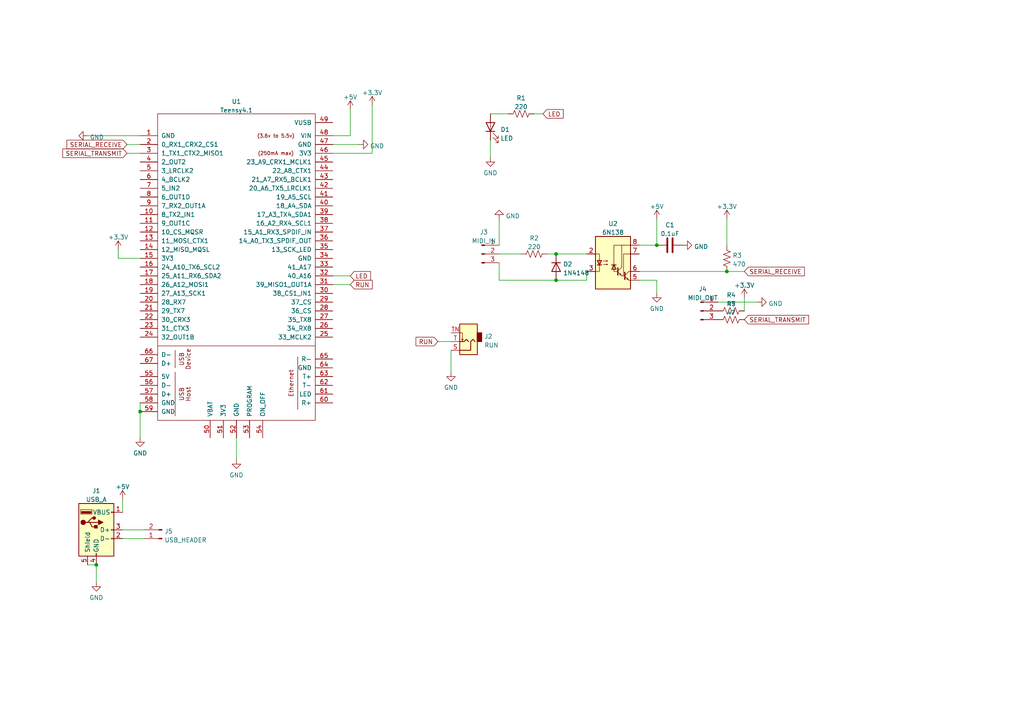
<source format=kicad_sch>
(kicad_sch (version 20211123) (generator eeschema)
  (paper "A4")
  (lib_symbols
    (symbol "Connector:Conn_01x02_Male" (pin_names (offset 1.016) hide)
      (property "Reference" "J" (at 0 2.54 0))
      (property "Value" "Conn_01x02_Male" (at 0 -5.08 0))
      (symbol "Conn_01x02_Male_1_1"
        (polyline (pts (xy 1.27 -2.54) (xy 0.8636 -2.54)) (stroke (width 0.1524)))
        (polyline (pts (xy 1.27 0) (xy 0.8636 0)) (stroke (width 0.1524)))
        (rectangle (start 0.8636 -2.413) (end 0 -2.667) (stroke (width 0.1524)) (fill (type outline)))
        (rectangle (start 0.8636 0.127) (end 0 -0.127) (stroke (width 0.1524)) (fill (type outline)))
        (pin passive line (at 5.08 0 180) (length 3.81) (name "Pin_1") (number "1"))
        (pin passive line (at 5.08 -2.54 180) (length 3.81) (name "Pin_2") (number "2"))
      )
    )
    (symbol "Connector:Conn_01x03_Male" (pin_names (offset 1.016) hide)
      (property "Reference" "J" (at 0 5.08 0))
      (property "Value" "Conn_01x03_Male" (at 0 -5.08 0))
      (symbol "Conn_01x03_Male_1_1"
        (polyline (pts (xy 1.27 -2.54) (xy 0.8636 -2.54)) (stroke (width 0.1524)))
        (polyline (pts (xy 1.27 0) (xy 0.8636 0)) (stroke (width 0.1524)))
        (polyline (pts (xy 1.27 2.54) (xy 0.8636 2.54)) (stroke (width 0.1524)))
        (rectangle (start 0.8636 -2.413) (end 0 -2.667) (stroke (width 0.1524)) (fill (type outline)))
        (rectangle (start 0.8636 0.127) (end 0 -0.127) (stroke (width 0.1524)) (fill (type outline)))
        (rectangle (start 0.8636 2.667) (end 0 2.413) (stroke (width 0.1524)) (fill (type outline)))
        (pin passive line (at 5.08 2.54 180) (length 3.81) (name "Pin_1") (number "1"))
        (pin passive line (at 5.08 0 180) (length 3.81) (name "Pin_2") (number "2"))
        (pin passive line (at 5.08 -2.54 180) (length 3.81) (name "Pin_3") (number "3"))
      )
    )
    (symbol "Connector:USB_A" (pin_names (offset 1.016))
      (property "Reference" "J" (at -5.08 11.43 0))
      (property "Value" "USB_A" (at -5.08 8.89 0))
      (symbol "USB_A_0_1"
        (rectangle (start -5.08 -7.62) (end 5.08 7.62) (stroke (width 0.254)) (fill (type background)))
        (circle (center -3.81 2.159) (radius 0.635) (stroke (width 0.254)) (fill (type outline)))
        (rectangle (start -1.524 4.826) (end -4.318 5.334) (fill (type outline)))
        (rectangle (start -1.27 4.572) (end -4.572 5.842))
        (circle (center -0.635 3.429) (radius 0.381) (stroke (width 0.254)) (fill (type outline)))
        (rectangle (start -0.127 -7.62) (end 0.127 -6.858))
        (polyline (pts (xy -3.175 2.159) (xy -2.54 2.159) (xy -1.27 3.429) (xy -0.635 3.429)) (stroke (width 0.254)))
        (polyline (pts (xy -2.54 2.159) (xy -1.905 2.159) (xy -1.27 0.889) (xy 0 0.889)) (stroke (width 0.254)))
        (polyline (pts (xy 0.635 2.794) (xy 0.635 1.524) (xy 1.905 2.159) (xy 0.635 2.794)) (stroke (width 0.254)) (fill (type outline)))
        (rectangle (start 0.254 1.27) (end -0.508 0.508) (stroke (width 0.254)) (fill (type outline)))
        (rectangle (start 5.08 -2.667) (end 4.318 -2.413))
        (rectangle (start 5.08 -0.127) (end 4.318 0.127))
        (rectangle (start 5.08 4.953) (end 4.318 5.207))
      )
      (symbol "USB_A_1_1"
        (polyline (pts (xy -1.905 2.159) (xy 0.635 2.159)) (stroke (width 0.254)))
        (pin power_in line (at 7.62 5.08 180) (length 2.54) (name "VBUS") (number "1"))
        (pin bidirectional line (at 7.62 -2.54 180) (length 2.54) (name "D-") (number "2"))
        (pin bidirectional line (at 7.62 0 180) (length 2.54) (name "D+") (number "3"))
        (pin power_in line (at 0 -10.16 90) (length 2.54) (name "GND") (number "4"))
        (pin passive line (at -2.54 -10.16 90) (length 2.54) (name "Shield") (number "5"))
      )
    )
    (symbol "Device:C" (pin_numbers hide) (pin_names (offset 0.254))
      (property "Reference" "C" (at 0.635 2.54 0))
      (property "Value" "C" (at 0.635 -2.54 0))
      (symbol "C_0_1"
        (polyline (pts (xy -2.032 -0.762) (xy 2.032 -0.762)) (stroke (width 0.508)))
        (polyline (pts (xy -2.032 0.762) (xy 2.032 0.762)) (stroke (width 0.508)))
      )
      (symbol "C_1_1"
        (pin passive line (at 0 3.81 270) (length 2.794) (name "~") (number "1"))
        (pin passive line (at 0 -3.81 90) (length 2.794) (name "~") (number "2"))
      )
    )
    (symbol "Device:LED" (pin_numbers hide) (pin_names (offset 1.016) hide)
      (property "Reference" "D" (at 0 2.54 0))
      (property "Value" "LED" (at 0 -2.54 0))
      (symbol "LED_0_1"
        (polyline (pts (xy -1.27 -1.27) (xy -1.27 1.27)) (stroke (width 0.254)))
        (polyline (pts (xy -1.27 0) (xy 1.27 0)))
        (polyline (pts (xy 1.27 -1.27) (xy 1.27 1.27) (xy -1.27 0) (xy 1.27 -1.27)) (stroke (width 0.254)))
        (polyline (pts (xy -3.048 -0.762) (xy -4.572 -2.286) (xy -3.81 -2.286) (xy -4.572 -2.286) (xy -4.572 -1.524)))
        (polyline (pts (xy -1.778 -0.762) (xy -3.302 -2.286) (xy -2.54 -2.286) (xy -3.302 -2.286) (xy -3.302 -1.524)))
      )
      (symbol "LED_1_1"
        (pin passive line (at -3.81 0 0) (length 2.54) (name "K") (number "1"))
        (pin passive line (at 3.81 0 180) (length 2.54) (name "A") (number "2"))
      )
    )
    (symbol "Device:R_US" (pin_numbers hide) (pin_names (offset 0))
      (property "Reference" "R" (at 2.54 0 90))
      (property "Value" "R_US" (at -2.54 0 90))
      (symbol "R_US_0_1"
        (polyline (pts (xy 0 -2.286) (xy 0 -2.54)))
        (polyline (pts (xy 0 2.286) (xy 0 2.54)))
        (polyline (pts (xy 0 -0.762) (xy 1.016 -1.143) (xy 0 -1.524) (xy -1.016 -1.905) (xy 0 -2.286)))
        (polyline (pts (xy 0 0.762) (xy 1.016 0.381) (xy 0 0) (xy -1.016 -0.381) (xy 0 -0.762)))
        (polyline (pts (xy 0 2.286) (xy 1.016 1.905) (xy 0 1.524) (xy -1.016 1.143) (xy 0 0.762)))
      )
      (symbol "R_US_1_1"
        (pin passive line (at 0 3.81 270) (length 1.27) (name "~") (number "1"))
        (pin passive line (at 0 -3.81 90) (length 1.27) (name "~") (number "2"))
      )
    )
    (symbol "Diode:1N4148" (pin_numbers hide) (pin_names hide)
      (property "Reference" "D" (at 0 2.54 0))
      (property "Value" "1N4148" (at 0 -2.54 0))
      (symbol "1N4148_0_1"
        (polyline (pts (xy -1.27 1.27) (xy -1.27 -1.27)) (stroke (width 0.254)))
        (polyline (pts (xy 1.27 0) (xy -1.27 0)))
        (polyline (pts (xy 1.27 1.27) (xy 1.27 -1.27) (xy -1.27 0) (xy 1.27 1.27)) (stroke (width 0.254)))
      )
      (symbol "1N4148_1_1"
        (pin passive line (at -3.81 0 0) (length 2.54) (name "K") (number "1"))
        (pin passive line (at 3.81 0 180) (length 2.54) (name "A") (number "2"))
      )
    )
    (symbol "Isolator:6N138" (pin_names (offset 1.016) hide)
      (property "Reference" "U" (at -4.064 8.89 0))
      (property "Value" "6N138" (at 2.286 8.89 0))
      (symbol "6N138_0_1"
        (rectangle (start -5.08 7.62) (end 5.08 -7.62) (stroke (width 0.254)) (fill (type background)))
        (polyline (pts (xy -4.572 -0.635) (xy -3.302 -0.635)) (stroke (width 0.254)))
        (polyline (pts (xy 0.889 -0.635) (xy -0.381 -0.635)) (stroke (width 0.254)))
        (polyline (pts (xy 1.397 -2.667) (xy 2.54 -3.81)))
        (polyline (pts (xy 1.397 -2.413) (xy 2.54 -1.27)))
        (polyline (pts (xy 2.54 -3.81) (xy 3.175 -3.81)))
        (polyline (pts (xy 3.429 -3.937) (xy 4.572 -5.08)))
        (polyline (pts (xy 3.429 -3.683) (xy 4.572 -2.54)))
        (polyline (pts (xy 4.572 -5.08) (xy 5.08 -5.08)))
        (polyline (pts (xy 4.572 -2.54) (xy 5.08 -2.54)))
        (polyline (pts (xy 1.397 -1.524) (xy 1.397 -3.556) (xy 1.397 -3.556)) (stroke (width 0.3556)))
        (polyline (pts (xy 2.54 -1.27) (xy 2.54 5.08) (xy 5.08 5.08)))
        (polyline (pts (xy 3.429 -2.794) (xy 3.429 -4.826) (xy 3.429 -4.826)) (stroke (width 0.3556)))
        (polyline (pts (xy 5.08 2.54) (xy 3.048 2.54) (xy 3.048 -3.81)))
        (polyline (pts (xy -5.08 -2.54) (xy -3.937 -2.54) (xy -3.937 2.54) (xy -5.08 2.54)))
        (polyline (pts (xy -3.937 -0.635) (xy -4.572 0.635) (xy -3.302 0.635) (xy -3.937 -0.635)) (stroke (width 0.254)))
        (polyline (pts (xy 0.254 -0.635) (xy 0.889 -1.905) (xy -0.381 -1.905) (xy 0.254 -0.635)) (stroke (width 0.254)))
        (polyline (pts (xy 1.27 -2.54) (xy 0.254 -2.54) (xy 0.254 5.08) (xy 2.54 5.08)))
        (polyline (pts (xy 2.413 -3.683) (xy 2.159 -3.175) (xy 1.905 -3.429) (xy 2.413 -3.683)))
        (polyline (pts (xy 4.445 -4.953) (xy 4.191 -4.445) (xy 3.937 -4.699) (xy 4.445 -4.953)))
        (polyline (pts (xy -2.794 -0.508) (xy -1.524 -0.508) (xy -1.905 -0.635) (xy -1.905 -0.381) (xy -1.524 -0.508)))
        (polyline (pts (xy -2.794 0.508) (xy -1.524 0.508) (xy -1.905 0.381) (xy -1.905 0.635) (xy -1.524 0.508)))
      )
      (symbol "6N138_1_1"
        (pin no_connect line (at -5.08 5.08 0) (length 2.54) hide (name "NC") (number "1"))
        (pin passive line (at -7.62 2.54 0) (length 2.54) (name "C1") (number "2"))
        (pin passive line (at -7.62 -2.54 0) (length 2.54) (name "C2") (number "3"))
        (pin no_connect line (at -5.08 -5.08 0) (length 2.54) hide (name "NC") (number "4"))
        (pin passive line (at 7.62 -5.08 180) (length 2.54) (name "GND") (number "5"))
        (pin passive line (at 7.62 -2.54 180) (length 2.54) (name "VO2") (number "6"))
        (pin passive line (at 7.62 2.54 180) (length 2.54) (name "VO1") (number "7"))
        (pin passive line (at 7.62 5.08 180) (length 2.54) (name "VCC") (number "8"))
      )
    )
    (symbol "power:+3.3V" (power) (pin_names (offset 0))
      (property "Value" "+3.3V" (at 0 3.556 0))
      (symbol "+3.3V_0_1"
        (polyline (pts (xy -0.762 1.27) (xy 0 2.54)))
        (polyline (pts (xy 0 0) (xy 0 2.54)))
        (polyline (pts (xy 0 2.54) (xy 0.762 1.27)))
      )
      (symbol "+3.3V_1_1"
        (pin power_in line (at 0 0 90) (length 0) hide (name "+3.3V") (number "1"))
      )
    )
    (symbol "power:+5V" (power) (pin_names (offset 0))
      (property "Value" "+5V" (at 0 3.556 0))
      (symbol "+5V_0_1"
        (polyline (pts (xy -0.762 1.27) (xy 0 2.54)))
        (polyline (pts (xy 0 0) (xy 0 2.54)))
        (polyline (pts (xy 0 2.54) (xy 0.762 1.27)))
      )
      (symbol "+5V_1_1"
        (pin power_in line (at 0 0 90) (length 0) hide (name "+5V") (number "1"))
      )
    )
    (symbol "power:GND" (power) (pin_names (offset 0))
      (property "Value" "GND" (at 0 -3.81 0))
      (symbol "GND_0_1"
        (polyline (pts (xy 0 0) (xy 0 -1.27) (xy 1.27 -1.27) (xy 0 -2.54) (xy -1.27 -1.27) (xy 0 -1.27)))
      )
      (symbol "GND_1_1"
        (pin power_in line (at 0 0 270) (length 0) hide (name "GND") (number "1"))
      )
    )
    (symbol "teensy:Teensy4.1" (pin_names (offset 1.016))
      (property "Reference" "U" (at 0 64.77 0))
      (property "Value" "Teensy4.1" (at 0 62.23 0))
      (symbol "Teensy4.1_0_0"
        (polyline (pts (xy -22.86 -6.35) (xy 22.86 -6.35)))
        (polyline (pts (xy -17.78 -26.67) (xy -17.78 -13.97)))
        (polyline (pts (xy -17.78 -7.62) (xy -17.78 -12.7)))
        (polyline (pts (xy 17.78 -9.525) (xy 17.78 -24.765)))
        (text "(250mA max)" (at 11.43 49.53 0) (effects (font (size 1.016 1.016))))
        (text "(3.6v to 5.5v)" (at 11.43 54.61 0) (effects (font (size 1.016 1.016))))
        (text "Device" (at -13.97 -10.16 900) (effects (font (size 1.27 1.27))))
        (text "Ethernet" (at 15.875 -17.145 900) (effects (font (size 1.27 1.27))))
        (text "Host" (at -13.97 -20.32 900) (effects (font (size 1.27 1.27))))
        (text "USB" (at -15.875 -20.32 900) (effects (font (size 1.27 1.27))))
        (text "USB" (at -15.875 -10.16 900) (effects (font (size 1.27 1.27))))
        (pin bidirectional line (at -27.94 31.75 0) (length 5.08) (name "8_TX2_IN1") (number "10"))
        (pin bidirectional line (at -27.94 29.21 0) (length 5.08) (name "9_OUT1C") (number "11"))
        (pin bidirectional line (at -27.94 26.67 0) (length 5.08) (name "10_CS_MQSR") (number "12"))
        (pin bidirectional line (at -27.94 24.13 0) (length 5.08) (name "11_MOSI_CTX1") (number "13"))
        (pin bidirectional line (at -27.94 21.59 0) (length 5.08) (name "12_MISO_MQSL") (number "14"))
        (pin power_in line (at -27.94 19.05 0) (length 5.08) (name "3V3") (number "15"))
        (pin bidirectional line (at -27.94 16.51 0) (length 5.08) (name "24_A10_TX6_SCL2") (number "16"))
        (pin bidirectional line (at -27.94 13.97 0) (length 5.08) (name "25_A11_RX6_SDA2") (number "17"))
        (pin bidirectional line (at -27.94 11.43 0) (length 5.08) (name "26_A12_MOSI1") (number "18"))
        (pin bidirectional line (at -27.94 8.89 0) (length 5.08) (name "27_A13_SCK1") (number "19"))
        (pin bidirectional line (at -27.94 6.35 0) (length 5.08) (name "28_RX7") (number "20"))
        (pin bidirectional line (at -27.94 3.81 0) (length 5.08) (name "29_TX7") (number "21"))
        (pin bidirectional line (at -27.94 1.27 0) (length 5.08) (name "30_CRX3") (number "22"))
        (pin bidirectional line (at -27.94 -1.27 0) (length 5.08) (name "31_CTX3") (number "23"))
        (pin bidirectional line (at -27.94 -3.81 0) (length 5.08) (name "32_OUT1B") (number "24"))
        (pin bidirectional line (at 27.94 -3.81 180) (length 5.08) (name "33_MCLK2") (number "25"))
        (pin bidirectional line (at 27.94 -1.27 180) (length 5.08) (name "34_RX8") (number "26"))
        (pin bidirectional line (at 27.94 1.27 180) (length 5.08) (name "35_TX8") (number "27"))
        (pin bidirectional line (at 27.94 3.81 180) (length 5.08) (name "36_CS") (number "28"))
        (pin bidirectional line (at 27.94 6.35 180) (length 5.08) (name "37_CS") (number "29"))
        (pin bidirectional line (at 27.94 8.89 180) (length 5.08) (name "38_CS1_IN1") (number "30"))
        (pin bidirectional line (at 27.94 11.43 180) (length 5.08) (name "39_MISO1_OUT1A") (number "31"))
        (pin bidirectional line (at 27.94 13.97 180) (length 5.08) (name "40_A16") (number "32"))
        (pin bidirectional line (at 27.94 16.51 180) (length 5.08) (name "41_A17") (number "33"))
        (pin bidirectional line (at 27.94 21.59 180) (length 5.08) (name "13_SCK_LED") (number "35"))
        (pin bidirectional line (at 27.94 24.13 180) (length 5.08) (name "14_A0_TX3_SPDIF_OUT") (number "36"))
        (pin bidirectional line (at 27.94 26.67 180) (length 5.08) (name "15_A1_RX3_SPDIF_IN") (number "37"))
        (pin bidirectional line (at 27.94 29.21 180) (length 5.08) (name "16_A2_RX4_SCL1") (number "38"))
        (pin bidirectional line (at 27.94 31.75 180) (length 5.08) (name "17_A3_TX4_SDA1") (number "39"))
        (pin bidirectional line (at 27.94 34.29 180) (length 5.08) (name "18_A4_SDA") (number "40"))
        (pin bidirectional line (at 27.94 36.83 180) (length 5.08) (name "19_A5_SCL") (number "41"))
        (pin bidirectional line (at 27.94 39.37 180) (length 5.08) (name "20_A6_TX5_LRCLK1") (number "42"))
        (pin bidirectional line (at 27.94 41.91 180) (length 5.08) (name "21_A7_RX5_BCLK1") (number "43"))
        (pin bidirectional line (at 27.94 44.45 180) (length 5.08) (name "22_A8_CTX1") (number "44"))
        (pin bidirectional line (at 27.94 46.99 180) (length 5.08) (name "23_A9_CRX1_MCLK1") (number "45"))
        (pin output line (at 27.94 49.53 180) (length 5.08) (name "3V3") (number "46"))
        (pin output line (at 27.94 52.07 180) (length 5.08) (name "GND") (number "47"))
        (pin power_in line (at 27.94 54.61 180) (length 5.08) (name "VIN") (number "48"))
        (pin power_out line (at 27.94 58.42 180) (length 5.08) (name "VUSB") (number "49"))
        (pin bidirectional line (at -27.94 44.45 0) (length 5.08) (name "3_LRCLK2") (number "5"))
        (pin power_in line (at -7.62 -33.02 90) (length 5.08) (name "VBAT") (number "50"))
        (pin power_in line (at -3.81 -33.02 90) (length 5.08) (name "3V3") (number "51"))
        (pin input line (at 0 -33.02 90) (length 5.08) (name "GND") (number "52"))
        (pin input line (at 3.81 -33.02 90) (length 5.08) (name "PROGRAM") (number "53"))
        (pin input line (at 7.62 -33.02 90) (length 5.08) (name "ON_OFF") (number "54"))
        (pin power_out line (at -27.94 -15.24 0) (length 5.08) (name "5V") (number "55"))
        (pin bidirectional line (at -27.94 -17.78 0) (length 5.08) (name "D-") (number "56"))
        (pin bidirectional line (at -27.94 -20.32 0) (length 5.08) (name "D+") (number "57"))
        (pin power_in line (at -27.94 -22.86 0) (length 5.08) (name "GND") (number "58"))
        (pin power_in line (at -27.94 -25.4 0) (length 5.08) (name "GND") (number "59"))
        (pin bidirectional line (at -27.94 41.91 0) (length 5.08) (name "4_BCLK2") (number "6"))
        (pin bidirectional line (at 27.94 -22.86 180) (length 5.08) (name "R+") (number "60"))
        (pin bidirectional line (at 27.94 -20.32 180) (length 5.08) (name "LED") (number "61"))
        (pin bidirectional line (at 27.94 -17.78 180) (length 5.08) (name "T-") (number "62"))
        (pin bidirectional line (at 27.94 -15.24 180) (length 5.08) (name "T+") (number "63"))
        (pin power_in line (at 27.94 -12.7 180) (length 5.08) (name "GND") (number "64"))
        (pin bidirectional line (at 27.94 -10.16 180) (length 5.08) (name "R-") (number "65"))
        (pin bidirectional line (at -27.94 -8.89 0) (length 5.08) (name "D-") (number "66"))
        (pin bidirectional line (at -27.94 -11.43 0) (length 5.08) (name "D+") (number "67"))
        (pin bidirectional line (at -27.94 39.37 0) (length 5.08) (name "5_IN2") (number "7"))
        (pin bidirectional line (at -27.94 36.83 0) (length 5.08) (name "6_OUT1D") (number "8"))
        (pin bidirectional line (at -27.94 34.29 0) (length 5.08) (name "7_RX2_OUT1A") (number "9"))
      )
      (symbol "Teensy4.1_0_1"
        (rectangle (start -22.86 60.96) (end 22.86 -27.94))
        (rectangle (start -20.32 -1.27) (end -20.32 -1.27))
      )
      (symbol "Teensy4.1_1_1"
        (pin power_in line (at -27.94 54.61 0) (length 5.08) (name "GND") (number "1"))
        (pin bidirectional line (at -27.94 52.07 0) (length 5.08) (name "0_RX1_CRX2_CS1") (number "2"))
        (pin bidirectional line (at -27.94 49.53 0) (length 5.08) (name "1_TX1_CTX2_MISO1") (number "3"))
        (pin power_in line (at 27.94 19.05 180) (length 5.08) (name "GND") (number "34"))
        (pin bidirectional line (at -27.94 46.99 0) (length 5.08) (name "2_OUT2") (number "4"))
      )
    )
    (symbol "winterbloom:Eurorack_Mono_Jack" (pin_names hide)
      (property "Reference" "J" (at 3.302 -4.064 0))
      (property "Value" "Eurorack_Mono_Jack" (at 0 5.08 0))
      (symbol "Eurorack_Mono_Jack_0_1"
        (rectangle (start -2.54 -5.08) (end 2.54 3.81) (stroke (width 0.254)) (fill (type background)))
        (polyline (pts (xy -1.778 -1.016) (xy -2.032 -0.508)))
        (polyline (pts (xy -2.54 1.27) (xy -1.778 1.27) (xy -1.778 -1.016) (xy -1.524 -0.508)))
        (polyline (pts (xy 0 -1.27) (xy -0.635 -0.635) (xy -1.27 -1.27) (xy -2.54 -1.27)) (stroke (width 0.254)))
        (polyline (pts (xy -2.54 -3.81) (xy 0.635 -3.81) (xy 0.635 -1.27) (xy 1.27 -0.635) (xy 1.905 -1.27)) (stroke (width 0.254)))
        (rectangle (start 2.54 -1.27) (end 3.81 1.27) (stroke (width 0.254)) (fill (type outline)))
      )
      (symbol "Eurorack_Mono_Jack_1_1"
        (pin passive line (at -5.08 -3.81 0) (length 2.54) (name "Sleeve") (number "S"))
        (pin passive line (at -5.08 -1.27 0) (length 2.54) (name "Tip") (number "T"))
        (pin passive line (at -5.08 1.27 0) (length 2.54) (name "Tip_normalize") (number "TN"))
      )
    )
  )
  (junction (at 40.64 119.38))
  (junction (at 161.29 81.28))
  (junction (at 210.82 78.74))
  (junction (at 190.5 71.12))
  (junction (at 27.94 163.83))
  (junction (at 161.29 73.66))
  (wire (pts (xy 35.56 153.67) (xy 41.91 153.67)))
  (wire (pts (xy 35.56 156.21) (xy 41.91 156.21)))
  (wire (pts (xy 161.29 73.66) (xy 170.18 73.66)))
  (wire (pts (xy 96.52 44.45) (xy 107.95 44.45)))
  (wire (pts (xy 101.6 39.37) (xy 101.6 31.75)))
  (wire (pts (xy 40.64 119.38) (xy 40.64 127)))
  (wire (pts (xy 127 99.06) (xy 130.81 99.06)))
  (wire (pts (xy 27.94 163.83) (xy 27.94 168.91)))
  (wire (pts (xy 208.28 87.63) (xy 219.71 87.63)))
  (wire (pts (xy 154.94 33.02) (xy 157.48 33.02)))
  (wire (pts (xy 210.82 63.5) (xy 210.82 71.12)))
  (wire (pts (xy 107.95 44.45) (xy 107.95 30.48)))
  (wire (pts (xy 130.81 101.6) (xy 130.81 107.95)))
  (wire (pts (xy 35.56 144.78) (xy 35.56 148.59)))
  (wire (pts (xy 40.64 74.93) (xy 34.29 74.93)))
  (wire (pts (xy 215.9 86.36) (xy 215.9 90.17)))
  (wire (pts (xy 68.58 127) (xy 68.58 133.35)))
  (wire (pts (xy 96.52 39.37) (xy 101.6 39.37)))
  (wire (pts (xy 161.29 81.28) (xy 144.78 81.28)))
  (wire (pts (xy 185.42 71.12) (xy 190.5 71.12)))
  (wire (pts (xy 161.29 81.28) (xy 170.18 81.28)))
  (wire (pts (xy 142.24 40.64) (xy 142.24 45.72)))
  (wire (pts (xy 190.5 71.12) (xy 190.5 63.5)))
  (wire (pts (xy 158.75 73.66) (xy 161.29 73.66)))
  (wire (pts (xy 96.52 82.55) (xy 101.6 82.55)))
  (wire (pts (xy 142.24 33.02) (xy 147.32 33.02)))
  (wire (pts (xy 144.78 81.28) (xy 144.78 76.2)))
  (wire (pts (xy 25.4 163.83) (xy 27.94 163.83)))
  (wire (pts (xy 96.52 80.01) (xy 101.6 80.01)))
  (wire (pts (xy 170.18 81.28) (xy 170.18 78.74)))
  (wire (pts (xy 25.4 39.37) (xy 40.64 39.37)))
  (wire (pts (xy 40.64 116.84) (xy 40.64 119.38)))
  (wire (pts (xy 96.52 41.91) (xy 104.14 41.91)))
  (wire (pts (xy 190.5 81.28) (xy 190.5 85.09)))
  (wire (pts (xy 210.82 78.74) (xy 215.9 78.74)))
  (wire (pts (xy 185.42 81.28) (xy 190.5 81.28)))
  (wire (pts (xy 36.83 44.45) (xy 40.64 44.45)))
  (wire (pts (xy 36.83 41.91) (xy 40.64 41.91)))
  (wire (pts (xy 185.42 78.74) (xy 210.82 78.74)))
  (wire (pts (xy 144.78 73.66) (xy 151.13 73.66)))
  (wire (pts (xy 34.29 74.93) (xy 34.29 72.39)))
  (wire (pts (xy 144.78 63.5) (xy 144.78 71.12)))
  (global_label "SERIAL_RECEIVE" (shape input) (at 215.9 78.74 0) (property "Intersheet References" "${INTERSHEET_REFS}" (effects hide)))
  (global_label "SERIAL_TRANSMIT" (shape input) (at 36.83 44.45 180) (property "Intersheet References" "${INTERSHEET_REFS}" (effects hide)))
  (global_label "RUN" (shape input) (at 127 99.06 180) (property "Intersheet References" "${INTERSHEET_REFS}" (effects hide)))
  (global_label "SERIAL_RECEIVE" (shape input) (at 36.83 41.91 180) (property "Intersheet References" "${INTERSHEET_REFS}" (effects hide)))
  (global_label "SERIAL_TRANSMIT" (shape input) (at 215.9 92.71 0) (property "Intersheet References" "${INTERSHEET_REFS}" (effects hide)))
  (global_label "LED" (shape input) (at 157.48 33.02 0) (property "Intersheet References" "${INTERSHEET_REFS}" (effects hide)))
  (global_label "RUN" (shape input) (at 101.6 82.55 0) (property "Intersheet References" "${INTERSHEET_REFS}" (effects hide)))
  (global_label "LED" (shape input) (at 101.6 80.01 0) (property "Intersheet References" "${INTERSHEET_REFS}" (effects hide)))
  (symbol (lib_id "power:GND") (at 198.12 71.12 90) (unit 1)
    (property "Reference" "#PWR012" (effects hide))
    (property "Value" "GND" (at 201.295 71.5538 90) (effects (justify right)))
  )
  (symbol (lib_id "Connector:Conn_01x02_Male") (at 46.99 156.21 180) (unit 1)
    (property "Reference" "J5" (at 47.7012 154.1053 0) (effects (justify right)))
    (property "Value" "USB_HEADER" (at 47.7012 156.6422 0) (effects (justify right)))
    (property "Footprint" "Connector_PinHeader_2.54mm:PinHeader_1x02_P2.54mm_Horizontal" (effects hide))
  )
  (symbol (lib_id "power:GND") (at 104.14 41.91 90) (unit 1)
    (property "Reference" "#PWR06" (effects hide))
    (property "Value" "GND" (at 107.315 42.3438 90) (effects (justify right)))
  )
  (symbol (lib_id "power:GND") (at 68.58 133.35 0) (unit 1)
    (property "Reference" "#PWR0101" (effects hide))
    (property "Value" "GND" (at 68.58 137.7934 0))
  )
  (symbol (lib_id "power:+5V") (at 101.6 31.75 0) (unit 1)
    (property "Reference" "#PWR05" (effects hide))
    (property "Value" "+5V" (at 101.6 28.1742 0))
  )
  (symbol (lib_id "Device:C") (at 194.31 71.12 90) (unit 1)
    (property "Reference" "C1" (at 194.31 65.2612 90))
    (property "Value" "0.1uF" (at 194.31 67.7981 90))
    (property "Footprint" "Capacitor_THT:C_Disc_D5.0mm_W2.5mm_P2.50mm" (effects hide))
  )
  (symbol (lib_id "power:+3.3V") (at 215.9 86.36 0) (unit 1)
    (property "Reference" "#PWR014" (effects hide))
    (property "Value" "+3.3V" (at 215.9 82.7842 0))
  )
  (symbol (lib_id "power:+5V") (at 190.5 63.5 0) (unit 1)
    (property "Reference" "#PWR010" (effects hide))
    (property "Value" "+5V" (at 190.5 59.9242 0))
  )
  (symbol (lib_id "power:GND") (at 190.5 85.09 0) (unit 1)
    (property "Reference" "#PWR011" (effects hide))
    (property "Value" "GND" (at 190.5 89.5334 0))
  )
  (symbol (lib_id "Connector:Conn_01x03_Male") (at 203.2 90.17 0) (unit 1)
    (property "Reference" "J4" (at 203.835 83.854 0))
    (property "Value" "MIDI_OUT" (at 203.835 86.3909 0))
    (property "Footprint" "Connector_PinHeader_2.54mm:PinHeader_1x03_P2.54mm_Horizontal" (effects hide))
  )
  (symbol (lib_id "Device:R_US") (at 212.09 90.17 90) (unit 1)
    (property "Reference" "R4" (at 212.09 85.5812 90))
    (property "Value" "47" (at 212.09 88.1181 90))
    (property "Footprint" "Resistor_THT:R_Axial_DIN0207_L6.3mm_D2.5mm_P7.62mm_Horizontal" (effects hide))
  )
  (symbol (lib_id "Connector:USB_A") (at 27.94 153.67 0) (unit 1)
    (property "Reference" "J1" (at 27.94 142.3502 0))
    (property "Value" "USB_A" (at 27.94 144.8871 0))
    (property "Footprint" "Connector_USB:USB_A_Molex_105057_Vertical" (effects hide))
    (property "Datasheet" " ~" (effects hide))
  )
  (symbol (lib_id "Device:R_US") (at 210.82 74.93 0) (unit 1)
    (property "Reference" "R3" (at 212.471 74.0953 0) (effects (justify left)))
    (property "Value" "470" (at 212.471 76.6322 0) (effects (justify left)))
    (property "Footprint" "Resistor_THT:R_Axial_DIN0207_L6.3mm_D2.5mm_P7.62mm_Horizontal" (effects hide))
  )
  (symbol (lib_id "Device:LED") (at 142.24 36.83 90) (unit 1)
    (property "Reference" "D1" (at 145.161 37.5828 90) (effects (justify right)))
    (property "Value" "LED" (at 145.161 40.1197 90) (effects (justify right)))
    (property "Footprint" "LED_THT:LED_D3.0mm" (effects hide))
  )
  (symbol (lib_id "power:GND") (at 27.94 168.91 0) (unit 1)
    (property "Reference" "#PWR0103" (effects hide))
    (property "Value" "GND" (at 27.94 173.3534 0))
  )
  (symbol (lib_id "power:GND") (at 142.24 45.72 0) (unit 1)
    (property "Reference" "#PWR01" (effects hide))
    (property "Value" "GND" (at 142.24 50.1634 0))
  )
  (symbol (lib_id "power:GND") (at 219.71 87.63 90) (unit 1)
    (property "Reference" "#PWR015" (effects hide))
    (property "Value" "GND" (at 222.885 88.0638 90) (effects (justify right)))
  )
  (symbol (lib_id "power:GND") (at 40.64 127 0) (unit 1)
    (property "Reference" "#PWR04" (effects hide))
    (property "Value" "GND" (at 40.64 131.4434 0))
  )
  (symbol (lib_id "teensy:Teensy4.1") (at 68.58 93.98 0) (unit 1)
    (property "Reference" "U1" (at 68.58 29.4472 0))
    (property "Value" "Teensy4.1" (at 68.58 31.9841 0))
    (property "Footprint" "teensy:Teensy41" (effects hide))
  )
  (symbol (lib_id "winterbloom:Eurorack_Mono_Jack") (at 135.89 97.79 0) (unit 1)
    (property "Reference" "J2" (at 140.462 97.5903 0) (effects (justify left)))
    (property "Value" "RUN" (at 140.462 100.1272 0) (effects (justify left)))
    (property "Footprint" "winterbloom:AudioJack_WQP518MA" (effects hide))
    (property "Datasheet" "http://www.qingpu-electronics.com/en/products/WQP-PJ398SM-362.html" (effects hide))
    (property "MPN" "WQP-WQP518MA" (effects hide))
  )
  (symbol (lib_id "Isolator:6N138") (at 177.8 76.2 0) (unit 1)
    (property "Reference" "U2" (at 177.8 64.8802 0))
    (property "Value" "6N138" (at 177.8 67.4171 0))
    (property "Footprint" "Package_DIP:DIP-8_W7.62mm_Socket" (effects hide))
    (property "Datasheet" "http://www.onsemi.com/pub/Collateral/HCPL2731-D.pdf" (effects hide))
  )
  (symbol (lib_id "Device:R_US") (at 151.13 33.02 270) (unit 1)
    (property "Reference" "R1" (at 151.13 28.4312 90))
    (property "Value" "220" (at 151.13 30.9681 90))
    (property "Footprint" "Resistor_THT:R_Axial_DIN0207_L6.3mm_D2.5mm_P7.62mm_Horizontal" (effects hide))
  )
  (symbol (lib_id "Device:R_US") (at 154.94 73.66 90) (unit 1)
    (property "Reference" "R2" (at 154.94 69.0712 90))
    (property "Value" "220" (at 154.94 71.6081 90))
    (property "Footprint" "Resistor_THT:R_Axial_DIN0207_L6.3mm_D2.5mm_P7.62mm_Horizontal" (effects hide))
  )
  (symbol (lib_id "power:GND") (at 144.78 63.5 180) (unit 1)
    (property "Reference" "#PWR09" (effects hide))
    (property "Value" "GND" (at 146.685 62.6638 0) (effects (justify right)))
  )
  (symbol (lib_id "Connector:Conn_01x03_Male") (at 139.7 73.66 0) (unit 1)
    (property "Reference" "J3" (at 140.335 67.344 0))
    (property "Value" "MIDI_IN" (at 140.335 69.8809 0))
    (property "Footprint" "Connector_PinHeader_2.54mm:PinHeader_1x03_P2.54mm_Horizontal" (effects hide))
  )
  (symbol (lib_id "Diode:1N4148") (at 161.29 77.47 270) (unit 1)
    (property "Reference" "D2" (at 163.322 76.6353 90) (effects (justify left)))
    (property "Value" "1N4148" (at 163.322 79.1722 90) (effects (justify left)))
    (property "Footprint" "Diode_THT:D_DO-35_SOD27_P7.62mm_Horizontal" (effects hide))
    (property "Datasheet" "https://assets.nexperia.com/documents/data-sheet/1N4148_1N4448.pdf" (effects hide))
  )
  (symbol (lib_id "power:+5V") (at 35.56 144.78 0) (unit 1)
    (property "Reference" "#PWR0102" (effects hide))
    (property "Value" "+5V" (at 35.56 141.2042 0))
  )
  (symbol (lib_id "power:+3.3V") (at 34.29 72.39 0) (unit 1)
    (property "Reference" "#PWR?" (effects hide))
    (property "Value" "+3.3V" (at 34.29 68.8142 0))
  )
  (symbol (lib_id "Device:R_US") (at 212.09 92.71 90) (unit 1)
    (property "Reference" "R5" (at 212.09 88.1212 90))
    (property "Value" "47" (at 212.09 90.6581 90))
    (property "Footprint" "Resistor_THT:R_Axial_DIN0207_L6.3mm_D2.5mm_P7.62mm_Horizontal" (effects hide))
  )
  (symbol (lib_id "power:+3.3V") (at 210.82 63.5 0) (unit 1)
    (property "Reference" "#PWR013" (effects hide))
    (property "Value" "+3.3V" (at 210.82 59.9242 0))
  )
  (symbol (lib_id "power:GND") (at 25.4 39.37 270) (unit 1)
    (property "Reference" "#PWR02" (effects hide))
    (property "Value" "GND" (at 26.035 39.8038 90) (effects (justify left)))
  )
  (symbol (lib_id "power:+3.3V") (at 107.95 30.48 0) (unit 1)
    (property "Reference" "#PWR07" (effects hide))
    (property "Value" "+3.3V" (at 107.95 26.9042 0))
  )
  (symbol (lib_id "power:GND") (at 130.81 107.95 0) (unit 1)
    (property "Reference" "#PWR08" (effects hide))
    (property "Value" "GND" (at 130.81 112.3934 0))
  )
)
</source>
